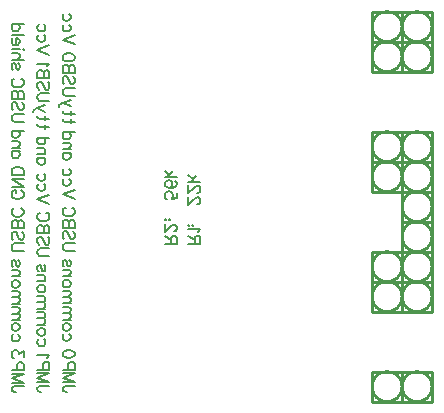
<source format=gbo>
G04 start of page 2 for group 12 layer_idx 7 *
G04 Title: (unknown), bottom_silk *
G04 Creator: pcb-rnd 3.1.0-dev *
G04 CreationDate: 2023-01-28 08:44:06 UTC *
G04 For: tonia *
G04 Format: Gerber/RS-274X *
G04 PCB-Dimensions: 236220 236220 *
G04 PCB-Coordinate-Origin: lower left *
%MOIN*%
%FSLAX25Y25*%
%LNBOTTOM_SILK_NONE_12*%
%ADD53C,0.0070*%
%ADD52C,0.0100*%
G54D52*X125000Y175169D02*X145000D01*
X125000Y195146D02*X145000D01*
X125000Y205169D02*X145000D01*
Y215169D02*Y195146D01*
Y155169D02*X125000D01*
X135011Y175157D02*Y115180D01*
X145000Y135169D02*X125000D01*
X145000Y165169D02*X125000D01*
X145000Y125169D02*X125000D01*
X145011Y175157D02*Y115157D01*
X124989Y135157D02*Y115157D01*
X135011Y115180D02*X135000Y115169D01*
X145000Y145169D02*X135000D01*
X135011Y175157D02*X135000Y175169D01*
X125000Y215169D02*X145000D01*
X125000Y195146D02*Y215169D01*
X135000Y195146D02*Y215169D01*
X134989Y95157D02*Y85169D01*
X145011Y115157D02*X145000Y115146D01*
X125000D02*X145000D01*
X125000Y95169D02*X145000D01*
X125000D02*Y85146D01*
X145000Y95169D02*Y85146D01*
X125000D02*X145000D01*
X124989Y175157D02*Y155157D01*
X125000Y120157D02*G75*G03X135000Y120157I5000J0D01*G01*
G75*G03X125000Y120157I-5000J0D01*G01*
X135000Y130157D02*G75*G03X145000Y130157I5000J0D01*G01*
G75*G03X135000Y130157I-5000J0D01*G01*
X125000D02*G75*G03X135000Y130157I5000J0D01*G01*
G75*G03X125000Y130157I-5000J0D01*G01*
X135000Y140157D02*G75*G03X145000Y140157I5000J0D01*G01*
G75*G03X135000Y140157I-5000J0D01*G01*
X125000Y90157D02*G75*G03X135000Y90157I5000J0D01*G01*
G75*G03X125000Y90157I-5000J0D01*G01*
X135000D02*G75*G03X145000Y90157I5000J0D01*G01*
G75*G03X135000Y90157I-5000J0D01*G01*
Y120157D02*G75*G03X145000Y120157I5000J0D01*G01*
G75*G03X135000Y120157I-5000J0D01*G01*
Y150157D02*G75*G03X145000Y150157I5000J0D01*G01*
G75*G03X135000Y150157I-5000J0D01*G01*
X125000Y160157D02*G75*G03X135000Y160157I5000J0D01*G01*
G75*G03X125000Y160157I-5000J0D01*G01*
Y170157D02*G75*G03X135000Y170157I5000J0D01*G01*
G75*G03X125000Y170157I-5000J0D01*G01*
Y200157D02*G75*G03X135000Y200157I5000J0D01*G01*
G75*G03X125000Y200157I-5000J0D01*G01*
Y210157D02*G75*G03X135000Y210157I5000J0D01*G01*
G75*G03X125000Y210157I-5000J0D01*G01*
X135000Y160157D02*G75*G03X145000Y160157I5000J0D01*G01*
G75*G03X135000Y160157I-5000J0D01*G01*
Y170157D02*G75*G03X145000Y170157I5000J0D01*G01*
G75*G03X135000Y170157I-5000J0D01*G01*
Y200157D02*G75*G03X145000Y200157I5000J0D01*G01*
G75*G03X135000Y200157I-5000J0D01*G01*
Y210157D02*G75*G03X145000Y210157I5000J0D01*G01*
G75*G03X135000Y210157I-5000J0D01*G01*
G54D53*X25890Y90374D02*X22842D01*
X22270Y90184D01*
X22081Y89993D01*
X21890Y89612D01*
Y89232D01*
X22081Y88850D01*
X22270Y88660D01*
X22842Y88469D01*
X23223D01*
X25890Y91574D02*X21890D01*
X25890D02*X21890Y93097D01*
X25890Y94622D02*X21890Y93097D01*
X25890Y94622D02*X21890D01*
X25890Y95822D02*X21890D01*
X25890D02*Y97536D01*
X25699Y98107D01*
X25509Y98298D01*
X25128Y98488D01*
X24556D01*
X24176Y98298D01*
X23985Y98107D01*
X23795Y97536D01*
Y95822D01*
X25890Y100831D02*X25700Y100260D01*
X25129Y99878D01*
X24177Y99688D01*
X23605D01*
X22652Y99878D01*
X22081Y100260D01*
X21890Y100831D01*
Y101212D01*
X22081Y101783D01*
X22652Y102164D01*
X23605Y102355D01*
X24177D01*
X25129Y102164D01*
X25700Y101783D01*
X25890Y101212D01*
Y100831D01*
X23987Y107641D02*X24368Y107259D01*
X24557Y106879D01*
Y106307D01*
X24368Y105927D01*
X23987Y105545D01*
X23416Y105355D01*
X23034D01*
X22463Y105545D01*
X22082Y105927D01*
X21891Y106307D01*
Y106879D01*
X22082Y107259D01*
X22463Y107641D01*
X24557Y109793D02*X24368Y109411D01*
X23987Y109030D01*
X23416Y108841D01*
X23034D01*
X22463Y109030D01*
X22082Y109411D01*
X21891Y109793D01*
Y110364D01*
X22082Y110745D01*
X22463Y111125D01*
X23034Y111316D01*
X23416D01*
X23987Y111125D01*
X24368Y110745D01*
X24557Y110364D01*
Y109793D01*
Y112516D02*X21891D01*
X23796D02*X24368Y113086D01*
X24557Y113468D01*
Y114039D01*
X24368Y114420D01*
X23796Y114610D01*
X21891D01*
X23796D02*X24368Y115182D01*
X24557Y115562D01*
Y116134D01*
X24368Y116514D01*
X23796Y116705D01*
X21891D01*
X24557Y117905D02*X21891D01*
X23796D02*X24368Y118475D01*
X24557Y118857D01*
Y119428D01*
X24368Y119809D01*
X23796Y119999D01*
X21891D01*
X23796D02*X24368Y120571D01*
X24557Y120951D01*
Y121523D01*
X24368Y121903D01*
X23796Y122094D01*
X21891D01*
X24557Y124246D02*X24368Y123864D01*
X23987Y123483D01*
X23416Y123294D01*
X23034D01*
X22463Y123483D01*
X22082Y123864D01*
X21891Y124246D01*
Y124817D01*
X22082Y125198D01*
X22463Y125578D01*
X23034Y125769D01*
X23416D01*
X23987Y125578D01*
X24368Y125198D01*
X24557Y124817D01*
Y124246D01*
Y126969D02*X21891D01*
X23796D02*X24368Y127541D01*
X24557Y127921D01*
Y128493D01*
X24368Y128873D01*
X23796Y129064D01*
X21891D01*
X23987Y132358D02*X24367Y132168D01*
X24557Y131596D01*
Y131025D01*
X24367Y130453D01*
X23987Y130264D01*
X23605Y130453D01*
X23414Y130834D01*
X23224Y131787D01*
X23034Y132168D01*
X22653Y132358D01*
X22462D01*
X22082Y132168D01*
X21891Y131596D01*
Y131025D01*
X22082Y130453D01*
X22462Y130264D01*
X25890Y135358D02*X23033D01*
X22461Y135549D01*
X22081Y135929D01*
X21890Y136501D01*
Y136881D01*
X22081Y137453D01*
X22461Y137834D01*
X23033Y138024D01*
X25890D01*
X25318Y141890D02*X25699Y141509D01*
X25890Y140938D01*
Y140176D01*
X25699Y139604D01*
X25318Y139224D01*
X24938D01*
X24556Y139413D01*
X24366Y139604D01*
X24176Y139986D01*
X23795Y141129D01*
X23604Y141509D01*
X23414Y141699D01*
X23033Y141890D01*
X22461D01*
X22081Y141509D01*
X21890Y140938D01*
Y140176D01*
X22081Y139604D01*
X22461Y139224D01*
X25890Y143090D02*X21890D01*
X25890D02*Y144804D01*
X25699Y145375D01*
X25509Y145566D01*
X25127Y145756D01*
X24747D01*
X24366Y145566D01*
X24175Y145375D01*
X23985Y144804D01*
Y143090D02*Y144804D01*
X23795Y145375D01*
X23604Y145566D01*
X23223Y145756D01*
X22652D01*
X22270Y145566D01*
X22081Y145375D01*
X21890Y144804D01*
Y143090D01*
X24938Y149813D02*X25318Y149622D01*
X25699Y149241D01*
X25890Y148861D01*
Y148098D01*
X25699Y147718D01*
X25318Y147336D01*
X24938Y147146D01*
X24366Y146956D01*
X23413D01*
X22842Y147146D01*
X22461Y147336D01*
X22081Y147718D01*
X21890Y148098D01*
Y148861D01*
X22081Y149241D01*
X22461Y149622D01*
X22842Y149813D01*
X25890Y152813D02*X21890Y154336D01*
X25890Y155861D02*X21890Y154336D01*
X23987Y159347D02*X24368Y158965D01*
X24557Y158585D01*
Y158013D01*
X24368Y157633D01*
X23987Y157251D01*
X23416Y157061D01*
X23034D01*
X22463Y157251D01*
X22082Y157633D01*
X21891Y158013D01*
Y158585D01*
X22082Y158965D01*
X22463Y159347D01*
X23987Y162833D02*X24368Y162451D01*
X24557Y162071D01*
Y161499D01*
X24368Y161119D01*
X23987Y160737D01*
X23416Y160547D01*
X23034D01*
X22463Y160737D01*
X22082Y161119D01*
X21891Y161499D01*
Y162071D01*
X22082Y162451D01*
X22463Y162833D01*
X24557Y168119D02*X21891D01*
X23987D02*X24368Y167737D01*
X24557Y167357D01*
Y166785D01*
X24368Y166405D01*
X23987Y166023D01*
X23416Y165833D01*
X23034D01*
X22463Y166023D01*
X22082Y166405D01*
X21891Y166785D01*
Y167357D01*
X22082Y167737D01*
X22463Y168119D01*
X24557Y169319D02*X21891D01*
X23796D02*X24368Y169891D01*
X24557Y170271D01*
Y170843D01*
X24368Y171223D01*
X23796Y171414D01*
X21891D01*
X25890Y174898D02*X21890D01*
X23986D02*X24367Y174518D01*
X24557Y174137D01*
Y173566D01*
X24367Y173184D01*
X23986Y172803D01*
X23415Y172614D01*
X23034D01*
X22463Y172803D01*
X22081Y173184D01*
X21890Y173566D01*
Y174137D01*
X22081Y174518D01*
X22463Y174898D01*
X25890Y178470D02*X22652D01*
X22081Y178659D01*
X21890Y179041D01*
Y179422D01*
X24557Y177898D02*Y179231D01*
X25890Y181194D02*X22652D01*
X22081Y181383D01*
X21890Y181765D01*
Y182146D01*
X24557Y180622D02*Y181955D01*
Y183536D02*X21891Y184679D01*
X24557Y185822D02*X21891Y184679D01*
X21130Y184298D01*
X20748Y183918D01*
X20557Y183536D01*
Y183346D01*
X25890Y187022D02*X23033D01*
X22461Y187213D01*
X22081Y187593D01*
X21890Y188165D01*
Y188545D01*
X22081Y189117D01*
X22461Y189498D01*
X23033Y189688D01*
X25890D01*
X25318Y193554D02*X25699Y193173D01*
X25890Y192602D01*
Y191840D01*
X25699Y191268D01*
X25318Y190888D01*
X24938D01*
X24556Y191077D01*
X24366Y191268D01*
X24176Y191650D01*
X23795Y192793D01*
X23604Y193173D01*
X23414Y193363D01*
X23033Y193554D01*
X22461D01*
X22081Y193173D01*
X21890Y192602D01*
Y191840D01*
X22081Y191268D01*
X22461Y190888D01*
X25890Y194754D02*X21890D01*
X25890D02*Y196468D01*
X25699Y197039D01*
X25509Y197230D01*
X25127Y197420D01*
X24747D01*
X24366Y197230D01*
X24175Y197039D01*
X23985Y196468D01*
Y194754D02*Y196468D01*
X23795Y197039D01*
X23604Y197230D01*
X23223Y197420D01*
X22652D01*
X22270Y197230D01*
X22081Y197039D01*
X21890Y196468D01*
Y194754D01*
X25890Y199763D02*X25700Y199192D01*
X25129Y198810D01*
X24177Y198620D01*
X23605D01*
X22652Y198810D01*
X22081Y199192D01*
X21890Y199763D01*
Y200144D01*
X22081Y200715D01*
X22652Y201096D01*
X23605Y201287D01*
X24177D01*
X25129Y201096D01*
X25700Y200715D01*
X25890Y200144D01*
Y199763D01*
Y204287D02*X21890Y205810D01*
X25890Y207335D02*X21890Y205810D01*
X23987Y210821D02*X24368Y210439D01*
X24557Y210059D01*
Y209487D01*
X24368Y209107D01*
X23987Y208725D01*
X23416Y208535D01*
X23034D01*
X22463Y208725D01*
X22082Y209107D01*
X21891Y209487D01*
Y210059D01*
X22082Y210439D01*
X22463Y210821D01*
X23987Y214307D02*X24368Y213925D01*
X24557Y213545D01*
Y212973D01*
X24368Y212593D01*
X23987Y212211D01*
X23416Y212021D01*
X23034D01*
X22463Y212211D01*
X22082Y212593D01*
X21891Y212973D01*
Y213545D01*
X22082Y213925D01*
X22463Y214307D01*
X8850Y90274D02*X5802D01*
X5230Y90084D01*
X5041Y89893D01*
X4850Y89512D01*
Y89132D01*
X5041Y88750D01*
X5230Y88560D01*
X5802Y88369D01*
X6183D01*
X8850Y91474D02*X4850D01*
X8850D02*X4850Y92997D01*
X8850Y94522D02*X4850Y92997D01*
X8850Y94522D02*X4850D01*
X8850Y95722D02*X4850D01*
X8850D02*Y97436D01*
X8659Y98007D01*
X8469Y98198D01*
X8088Y98388D01*
X7516D01*
X7136Y98198D01*
X6945Y98007D01*
X6755Y97436D01*
Y95722D01*
X8850Y99968D02*Y102063D01*
X7326Y100920D01*
Y101492D01*
X7137Y101872D01*
X6946Y102063D01*
X6374Y102254D01*
X5994D01*
X5422Y102063D01*
X5041Y101683D01*
X4850Y101111D01*
Y100540D01*
X5041Y99968D01*
X5232Y99778D01*
X5612Y99588D01*
X6947Y107540D02*X7328Y107158D01*
X7517Y106778D01*
Y106206D01*
X7328Y105826D01*
X6947Y105444D01*
X6376Y105254D01*
X5994D01*
X5423Y105444D01*
X5042Y105826D01*
X4851Y106206D01*
Y106778D01*
X5042Y107158D01*
X5423Y107540D01*
X7517Y109692D02*X7328Y109310D01*
X6947Y108929D01*
X6376Y108740D01*
X5994D01*
X5423Y108929D01*
X5042Y109310D01*
X4851Y109692D01*
Y110263D01*
X5042Y110644D01*
X5423Y111024D01*
X5994Y111215D01*
X6376D01*
X6947Y111024D01*
X7328Y110644D01*
X7517Y110263D01*
Y109692D01*
Y112415D02*X4851D01*
X6756D02*X7328Y112985D01*
X7517Y113367D01*
Y113938D01*
X7328Y114319D01*
X6756Y114509D01*
X4851D01*
X6756D02*X7328Y115081D01*
X7517Y115461D01*
Y116033D01*
X7328Y116413D01*
X6756Y116604D01*
X4851D01*
X7517Y117804D02*X4851D01*
X6756D02*X7328Y118374D01*
X7517Y118756D01*
Y119327D01*
X7328Y119708D01*
X6756Y119898D01*
X4851D01*
X6756D02*X7328Y120470D01*
X7517Y120850D01*
Y121422D01*
X7328Y121802D01*
X6756Y121993D01*
X4851D01*
X7517Y124145D02*X7328Y123763D01*
X6947Y123382D01*
X6376Y123193D01*
X5994D01*
X5423Y123382D01*
X5042Y123763D01*
X4851Y124145D01*
Y124716D01*
X5042Y125097D01*
X5423Y125477D01*
X5994Y125668D01*
X6376D01*
X6947Y125477D01*
X7328Y125097D01*
X7517Y124716D01*
Y124145D01*
Y126868D02*X4851D01*
X6756D02*X7328Y127440D01*
X7517Y127820D01*
Y128392D01*
X7328Y128772D01*
X6756Y128963D01*
X4851D01*
X6947Y132257D02*X7327Y132067D01*
X7517Y131495D01*
Y130924D01*
X7327Y130352D01*
X6947Y130163D01*
X6565Y130352D01*
X6374Y130733D01*
X6184Y131686D01*
X5994Y132067D01*
X5613Y132257D01*
X5422D01*
X5042Y132067D01*
X4851Y131495D01*
Y130924D01*
X5042Y130352D01*
X5422Y130163D01*
X8850Y135257D02*X5993D01*
X5421Y135448D01*
X5041Y135828D01*
X4850Y136400D01*
Y136780D01*
X5041Y137352D01*
X5421Y137733D01*
X5993Y137923D01*
X8850D01*
X8278Y141789D02*X8659Y141408D01*
X8850Y140837D01*
Y140075D01*
X8659Y139503D01*
X8278Y139123D01*
X7898D01*
X7516Y139312D01*
X7326Y139503D01*
X7136Y139885D01*
X6755Y141028D01*
X6564Y141408D01*
X6374Y141598D01*
X5993Y141789D01*
X5421D01*
X5041Y141408D01*
X4850Y140837D01*
Y140075D01*
X5041Y139503D01*
X5421Y139123D01*
X8850Y142989D02*X4850D01*
X8850D02*Y144703D01*
X8659Y145274D01*
X8469Y145465D01*
X8087Y145655D01*
X7707D01*
X7326Y145465D01*
X7135Y145274D01*
X6945Y144703D01*
Y142989D02*Y144703D01*
X6755Y145274D01*
X6564Y145465D01*
X6183Y145655D01*
X5612D01*
X5230Y145465D01*
X5041Y145274D01*
X4850Y144703D01*
Y142989D01*
X7898Y149712D02*X8278Y149521D01*
X8659Y149140D01*
X8850Y148760D01*
Y147997D01*
X8659Y147617D01*
X8278Y147235D01*
X7898Y147045D01*
X7326Y146855D01*
X6373D01*
X5802Y147045D01*
X5421Y147235D01*
X5041Y147617D01*
X4850Y147997D01*
Y148760D01*
X5041Y149140D01*
X5421Y149521D01*
X5802Y149712D01*
X7898Y155569D02*X8278Y155378D01*
X8659Y154998D01*
X8850Y154617D01*
Y153855D01*
X8659Y153474D01*
X8278Y153093D01*
X7898Y152903D01*
X7326Y152712D01*
X6373D01*
X5802Y152903D01*
X5421Y153093D01*
X5041Y153474D01*
X4850Y153855D01*
Y154617D01*
X5041Y154998D01*
X5421Y155378D01*
X5802Y155569D01*
X6373D01*
Y154617D02*Y155569D01*
X8850Y156769D02*X4850D01*
X8850D02*X4850Y159435D01*
X8850D02*X4850D01*
X8850Y160635D02*X4850D01*
X8850D02*Y161969D01*
X8659Y162540D01*
X8278Y162921D01*
X7898Y163111D01*
X7326Y163301D01*
X6373D01*
X5802Y163111D01*
X5421Y162921D01*
X5041Y162540D01*
X4850Y161969D01*
Y160635D01*
X7517Y168587D02*X4851D01*
X6947D02*X7328Y168205D01*
X7517Y167825D01*
Y167253D01*
X7328Y166873D01*
X6947Y166491D01*
X6376Y166301D01*
X5994D01*
X5423Y166491D01*
X5042Y166873D01*
X4851Y167253D01*
Y167825D01*
X5042Y168205D01*
X5423Y168587D01*
X7517Y169787D02*X4851D01*
X6756D02*X7328Y170359D01*
X7517Y170739D01*
Y171311D01*
X7328Y171691D01*
X6756Y171882D01*
X4851D01*
X8850Y175366D02*X4850D01*
X6946D02*X7327Y174986D01*
X7517Y174605D01*
Y174034D01*
X7327Y173652D01*
X6946Y173271D01*
X6375Y173082D01*
X5994D01*
X5423Y173271D01*
X5041Y173652D01*
X4850Y174034D01*
Y174605D01*
X5041Y174986D01*
X5423Y175366D01*
X8850Y178366D02*X5993D01*
X5421Y178557D01*
X5041Y178937D01*
X4850Y179509D01*
Y179889D01*
X5041Y180461D01*
X5421Y180842D01*
X5993Y181032D01*
X8850D01*
X8278Y184898D02*X8659Y184517D01*
X8850Y183946D01*
Y183184D01*
X8659Y182612D01*
X8278Y182232D01*
X7898D01*
X7516Y182421D01*
X7326Y182612D01*
X7136Y182994D01*
X6755Y184137D01*
X6564Y184517D01*
X6374Y184707D01*
X5993Y184898D01*
X5421D01*
X5041Y184517D01*
X4850Y183946D01*
Y183184D01*
X5041Y182612D01*
X5421Y182232D01*
X8850Y186098D02*X4850D01*
X8850D02*Y187812D01*
X8659Y188383D01*
X8469Y188574D01*
X8087Y188764D01*
X7707D01*
X7326Y188574D01*
X7135Y188383D01*
X6945Y187812D01*
Y186098D02*Y187812D01*
X6755Y188383D01*
X6564Y188574D01*
X6183Y188764D01*
X5612D01*
X5230Y188574D01*
X5041Y188383D01*
X4850Y187812D01*
Y186098D01*
X7898Y192821D02*X8278Y192630D01*
X8659Y192249D01*
X8850Y191869D01*
Y191106D01*
X8659Y190726D01*
X8278Y190344D01*
X7898Y190154D01*
X7326Y189964D01*
X6373D01*
X5802Y190154D01*
X5421Y190344D01*
X5041Y190726D01*
X4850Y191106D01*
Y191869D01*
X5041Y192249D01*
X5421Y192630D01*
X5802Y192821D01*
X6947Y197915D02*X7327Y197725D01*
X7517Y197153D01*
Y196582D01*
X7327Y196010D01*
X6947Y195821D01*
X6565Y196010D01*
X6374Y196391D01*
X6184Y197344D01*
X5994Y197725D01*
X5613Y197915D01*
X5422D01*
X5042Y197725D01*
X4851Y197153D01*
Y196582D01*
X5042Y196010D01*
X5422Y195821D01*
X8850Y199115D02*X4850D01*
X6755D02*X7327Y199685D01*
X7517Y200067D01*
Y200638D01*
X7327Y201019D01*
X6755Y201210D01*
X4850D01*
X7526Y202600D02*X4860D01*
X8860Y202410D02*X8669Y202600D01*
X8860Y202791D01*
X9050Y202600D01*
X8860Y202410D01*
X6376Y203991D02*Y206275D01*
X6756D01*
X7137Y206085D01*
X7328Y205895D01*
X7517Y205514D01*
Y204943D01*
X7328Y204561D01*
X6947Y204180D01*
X6376Y203991D01*
X5994D01*
X5423Y204180D01*
X5042Y204561D01*
X4851Y204943D01*
Y205514D01*
X5042Y205895D01*
X5423Y206275D01*
X8850Y207475D02*X4850D01*
X8850Y210959D02*X4850D01*
X6946D02*X7327Y210579D01*
X7517Y210198D01*
Y209627D01*
X7327Y209245D01*
X6946Y208864D01*
X6375Y208675D01*
X5994D01*
X5423Y208864D01*
X5041Y209245D01*
X4850Y209627D01*
Y210198D01*
X5041Y210579D01*
X5423Y210959D01*
X17390Y90384D02*X14342D01*
X13770Y90194D01*
X13581Y90003D01*
X13390Y89622D01*
Y89242D01*
X13581Y88860D01*
X13770Y88670D01*
X14342Y88479D01*
X14723D01*
X17390Y91584D02*X13390D01*
X17390D02*X13390Y93107D01*
X17390Y94632D02*X13390Y93107D01*
X17390Y94632D02*X13390D01*
X17390Y95832D02*X13390D01*
X17390D02*Y97546D01*
X17199Y98117D01*
X17009Y98308D01*
X16628Y98498D01*
X16056D01*
X15676Y98308D01*
X15485Y98117D01*
X15295Y97546D01*
Y95832D01*
X16629Y99698D02*X16819Y100078D01*
X17390Y100650D01*
X13390D01*
X15487Y105936D02*X15868Y105554D01*
X16057Y105174D01*
Y104602D01*
X15868Y104222D01*
X15487Y103840D01*
X14916Y103650D01*
X14534D01*
X13963Y103840D01*
X13582Y104222D01*
X13391Y104602D01*
Y105174D01*
X13582Y105554D01*
X13963Y105936D01*
X16057Y108088D02*X15868Y107706D01*
X15487Y107325D01*
X14916Y107136D01*
X14534D01*
X13963Y107325D01*
X13582Y107706D01*
X13391Y108088D01*
Y108659D01*
X13582Y109040D01*
X13963Y109420D01*
X14534Y109611D01*
X14916D01*
X15487Y109420D01*
X15868Y109040D01*
X16057Y108659D01*
Y108088D01*
Y110811D02*X13391D01*
X15296D02*X15868Y111381D01*
X16057Y111763D01*
Y112334D01*
X15868Y112715D01*
X15296Y112905D01*
X13391D01*
X15296D02*X15868Y113477D01*
X16057Y113857D01*
Y114429D01*
X15868Y114809D01*
X15296Y115000D01*
X13391D01*
X16057Y116200D02*X13391D01*
X15296D02*X15868Y116770D01*
X16057Y117152D01*
Y117723D01*
X15868Y118104D01*
X15296Y118294D01*
X13391D01*
X15296D02*X15868Y118866D01*
X16057Y119246D01*
Y119818D01*
X15868Y120198D01*
X15296Y120389D01*
X13391D01*
X16057Y122541D02*X15868Y122159D01*
X15487Y121778D01*
X14916Y121589D01*
X14534D01*
X13963Y121778D01*
X13582Y122159D01*
X13391Y122541D01*
Y123112D01*
X13582Y123493D01*
X13963Y123873D01*
X14534Y124064D01*
X14916D01*
X15487Y123873D01*
X15868Y123493D01*
X16057Y123112D01*
Y122541D01*
Y125264D02*X13391D01*
X15296D02*X15868Y125836D01*
X16057Y126216D01*
Y126788D01*
X15868Y127168D01*
X15296Y127359D01*
X13391D01*
X15487Y130653D02*X15867Y130463D01*
X16057Y129891D01*
Y129320D01*
X15867Y128748D01*
X15487Y128559D01*
X15105Y128748D01*
X14914Y129129D01*
X14724Y130082D01*
X14534Y130463D01*
X14153Y130653D01*
X13962D01*
X13582Y130463D01*
X13391Y129891D01*
Y129320D01*
X13582Y128748D01*
X13962Y128559D01*
X17390Y133653D02*X14533D01*
X13961Y133844D01*
X13581Y134224D01*
X13390Y134796D01*
Y135176D01*
X13581Y135748D01*
X13961Y136129D01*
X14533Y136319D01*
X17390D01*
X16818Y140185D02*X17199Y139804D01*
X17390Y139233D01*
Y138471D01*
X17199Y137899D01*
X16818Y137519D01*
X16438D01*
X16056Y137708D01*
X15866Y137899D01*
X15676Y138281D01*
X15295Y139424D01*
X15104Y139804D01*
X14914Y139994D01*
X14533Y140185D01*
X13961D01*
X13581Y139804D01*
X13390Y139233D01*
Y138471D01*
X13581Y137899D01*
X13961Y137519D01*
X17390Y141385D02*X13390D01*
X17390D02*Y143099D01*
X17199Y143670D01*
X17009Y143861D01*
X16627Y144051D01*
X16247D01*
X15866Y143861D01*
X15675Y143670D01*
X15485Y143099D01*
Y141385D02*Y143099D01*
X15295Y143670D01*
X15104Y143861D01*
X14723Y144051D01*
X14152D01*
X13770Y143861D01*
X13581Y143670D01*
X13390Y143099D01*
Y141385D01*
X16438Y148108D02*X16818Y147917D01*
X17199Y147536D01*
X17390Y147156D01*
Y146393D01*
X17199Y146013D01*
X16818Y145631D01*
X16438Y145441D01*
X15866Y145251D01*
X14913D01*
X14342Y145441D01*
X13961Y145631D01*
X13581Y146013D01*
X13390Y146393D01*
Y147156D01*
X13581Y147536D01*
X13961Y147917D01*
X14342Y148108D01*
X17390Y151108D02*X13390Y152631D01*
X17390Y154156D02*X13390Y152631D01*
X15487Y157642D02*X15868Y157260D01*
X16057Y156880D01*
Y156308D01*
X15868Y155928D01*
X15487Y155546D01*
X14916Y155356D01*
X14534D01*
X13963Y155546D01*
X13582Y155928D01*
X13391Y156308D01*
Y156880D01*
X13582Y157260D01*
X13963Y157642D01*
X15487Y161128D02*X15868Y160746D01*
X16057Y160366D01*
Y159794D01*
X15868Y159414D01*
X15487Y159032D01*
X14916Y158842D01*
X14534D01*
X13963Y159032D01*
X13582Y159414D01*
X13391Y159794D01*
Y160366D01*
X13582Y160746D01*
X13963Y161128D01*
X16057Y166414D02*X13391D01*
X15487D02*X15868Y166032D01*
X16057Y165652D01*
Y165080D01*
X15868Y164700D01*
X15487Y164318D01*
X14916Y164128D01*
X14534D01*
X13963Y164318D01*
X13582Y164700D01*
X13391Y165080D01*
Y165652D01*
X13582Y166032D01*
X13963Y166414D01*
X16057Y167614D02*X13391D01*
X15296D02*X15868Y168186D01*
X16057Y168566D01*
Y169138D01*
X15868Y169518D01*
X15296Y169709D01*
X13391D01*
X17390Y173193D02*X13390D01*
X15486D02*X15867Y172813D01*
X16057Y172432D01*
Y171861D01*
X15867Y171479D01*
X15486Y171098D01*
X14915Y170909D01*
X14534D01*
X13963Y171098D01*
X13581Y171479D01*
X13390Y171861D01*
Y172432D01*
X13581Y172813D01*
X13963Y173193D01*
X17390Y176765D02*X14152D01*
X13581Y176954D01*
X13390Y177336D01*
Y177717D01*
X16057Y176193D02*Y177526D01*
X17390Y179489D02*X14152D01*
X13581Y179678D01*
X13390Y180060D01*
Y180441D01*
X16057Y178917D02*Y180250D01*
Y181831D02*X13391Y182974D01*
X16057Y184117D02*X13391Y182974D01*
X12630Y182593D01*
X12248Y182213D01*
X12057Y181831D01*
Y181641D01*
X17390Y185317D02*X14533D01*
X13961Y185508D01*
X13581Y185888D01*
X13390Y186460D01*
Y186840D01*
X13581Y187412D01*
X13961Y187793D01*
X14533Y187983D01*
X17390D01*
X16818Y191849D02*X17199Y191468D01*
X17390Y190897D01*
Y190135D01*
X17199Y189563D01*
X16818Y189183D01*
X16438D01*
X16056Y189372D01*
X15866Y189563D01*
X15676Y189945D01*
X15295Y191088D01*
X15104Y191468D01*
X14914Y191658D01*
X14533Y191849D01*
X13961D01*
X13581Y191468D01*
X13390Y190897D01*
Y190135D01*
X13581Y189563D01*
X13961Y189183D01*
X17390Y193049D02*X13390D01*
X17390D02*Y194763D01*
X17199Y195334D01*
X17009Y195525D01*
X16627Y195715D01*
X16247D01*
X15866Y195525D01*
X15675Y195334D01*
X15485Y194763D01*
Y193049D02*Y194763D01*
X15295Y195334D01*
X15104Y195525D01*
X14723Y195715D01*
X14152D01*
X13770Y195525D01*
X13581Y195334D01*
X13390Y194763D01*
Y193049D01*
X16629Y196915D02*X16819Y197295D01*
X17390Y197867D01*
X13390D01*
X17390Y200867D02*X13390Y202390D01*
X17390Y203915D02*X13390Y202390D01*
X15487Y207401D02*X15868Y207019D01*
X16057Y206639D01*
Y206067D01*
X15868Y205687D01*
X15487Y205305D01*
X14916Y205115D01*
X14534D01*
X13963Y205305D01*
X13582Y205687D01*
X13391Y206067D01*
Y206639D01*
X13582Y207019D01*
X13963Y207401D01*
X15487Y210887D02*X15868Y210505D01*
X16057Y210125D01*
Y209553D01*
X15868Y209173D01*
X15487Y208791D01*
X14916Y208601D01*
X14534D01*
X13963Y208791D01*
X13582Y209173D01*
X13391Y209553D01*
Y210125D01*
X13582Y210505D01*
X13963Y210887D01*
X59945Y137835D02*X55945D01*
X59945D02*Y139549D01*
X59754Y140120D01*
X59564Y140311D01*
X59183Y140501D01*
X58802D01*
X58421Y140311D01*
X58231Y140120D01*
X58040Y139549D01*
Y137835D01*
Y139168D02*X55945Y140501D01*
X58993Y141891D02*X59184D01*
X59564Y142082D01*
X59755Y142271D01*
X59945Y142653D01*
Y143414D01*
X59755Y143796D01*
X59564Y143986D01*
X59184Y144176D01*
X58802D01*
X58421Y143986D01*
X57850Y143605D01*
X55945Y141701D01*
Y144367D01*
X57545Y145757D02*X57354Y145567D01*
X57164Y145757D01*
X57354Y145947D01*
X57545Y145757D01*
X56211D02*X56020Y145567D01*
X55831Y145757D01*
X56020Y145947D01*
X56211Y145757D01*
X59945Y154833D02*Y152928D01*
X58232Y152737D01*
X58421Y152928D01*
X58612Y153499D01*
Y154071D01*
X58421Y154642D01*
X58041Y155023D01*
X57469Y155214D01*
X57089D01*
X56517Y155023D01*
X56136Y154642D01*
X55945Y154071D01*
Y153499D01*
X56136Y152928D01*
X56327Y152737D01*
X56707Y152547D01*
X59374Y158699D02*X59755Y158509D01*
X59945Y157937D01*
Y157557D01*
X59755Y156984D01*
X59184Y156604D01*
X58232Y156414D01*
X57279D01*
X56517Y156604D01*
X56136Y156984D01*
X55945Y157557D01*
Y157747D01*
X56136Y158318D01*
X56517Y158699D01*
X57089Y158889D01*
X57279D01*
X57850Y158699D01*
X58232Y158318D01*
X58421Y157747D01*
Y157557D01*
X58232Y156984D01*
X57850Y156604D01*
X57279Y156414D01*
X59945Y160089D02*X55945D01*
X58612Y161993D02*X56707Y160089D01*
X57470Y160850D02*X55945Y162184D01*
X67740Y137756D02*X63740D01*
X67740D02*Y139470D01*
X67549Y140041D01*
X67359Y140232D01*
X66978Y140422D01*
X66597D01*
X66216Y140232D01*
X66026Y140041D01*
X65835Y139470D01*
Y137756D01*
Y139089D02*X63740Y140422D01*
X66979Y141622D02*X67169Y142002D01*
X67740Y142574D01*
X63740D01*
X65340Y143964D02*X65149Y143774D01*
X64959Y143964D01*
X65149Y144154D01*
X65340Y143964D01*
X64006D02*X63815Y143774D01*
X63626Y143964D01*
X63815Y144154D01*
X64006Y143964D01*
X66788Y150944D02*X66979D01*
X67359Y151135D01*
X67550Y151324D01*
X67740Y151706D01*
Y152467D01*
X67550Y152849D01*
X67359Y153039D01*
X66979Y153229D01*
X66597D01*
X66216Y153039D01*
X65645Y152658D01*
X63740Y150754D01*
Y153420D01*
X66788Y154810D02*X66979D01*
X67359Y155001D01*
X67550Y155190D01*
X67740Y155572D01*
Y156333D01*
X67550Y156715D01*
X67359Y156905D01*
X66979Y157095D01*
X66597D01*
X66216Y156905D01*
X65645Y156524D01*
X63740Y154620D01*
Y157286D01*
X67740Y158486D02*X63740D01*
X66407Y160390D02*X64502Y158486D01*
X65265Y159247D02*X63740Y160581D01*
M02*

</source>
